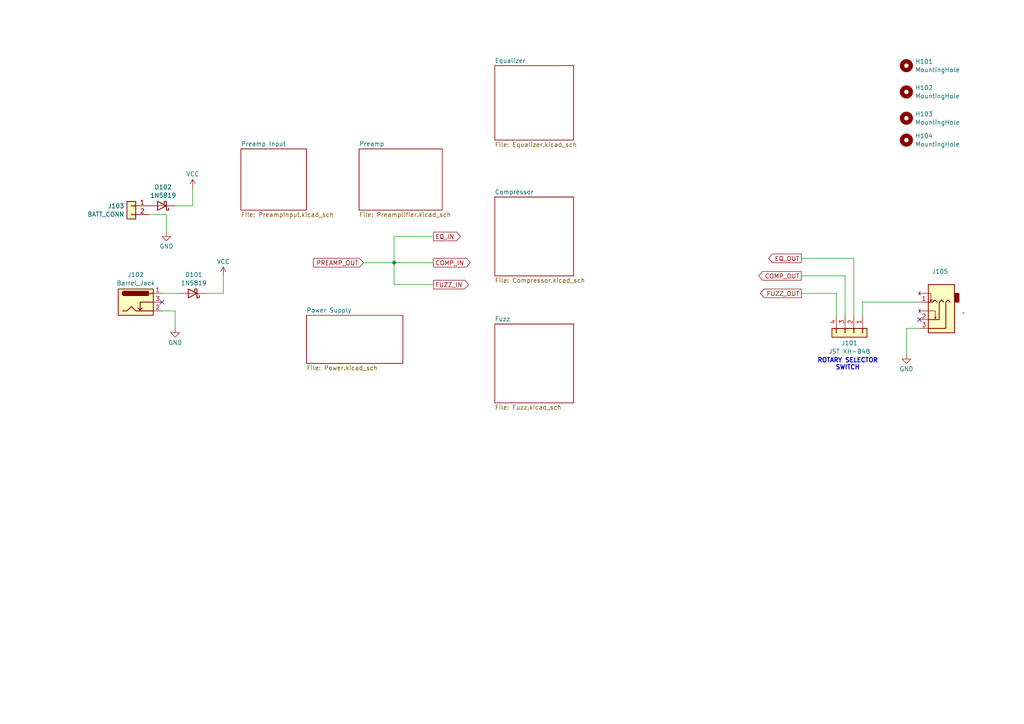
<source format=kicad_sch>
(kicad_sch (version 20231120) (generator "eeschema") (generator_version "8.0")
  (paper "A4")
  (lib_symbols
    (symbol "Connector:Barrel_Jack_Switch" (pin_names hide)
      (property "Reference" "J" (at 0 5.334 0))
      (property "Value" "Barrel_Jack_Switch" (at 0 -5.08 0))
      (symbol "Barrel_Jack_Switch_0_1"
        (rectangle (start -5.08 3.81) (end 5.08 -3.81) (stroke (width 0.254)) (fill (type background)))
        (arc (start -3.302 3.175) (mid -3.9343 2.54) (end -3.302 1.905) (stroke (width 0.254)))
        (arc (start -3.302 3.175) (mid -3.9343 2.54) (end -3.302 1.905) (stroke (width 0.254)) (fill (type outline)))
        (polyline (pts (xy 1.27 -2.286) (xy 1.905 -1.651)) (stroke (width 0.254)))
        (polyline (pts (xy 5.08 2.54) (xy 3.81 2.54)) (stroke (width 0.254)))
        (polyline (pts (xy 5.08 0) (xy 1.27 0) (xy 1.27 -2.286) (xy 0.635 -1.651)) (stroke (width 0.254)))
        (polyline (pts (xy -3.81 -2.54) (xy -2.54 -2.54) (xy -1.27 -1.27) (xy 0 -2.54) (xy 2.54 -2.54) (xy 5.08 -2.54)) (stroke (width 0.254)))
        (rectangle (start 3.683 3.175) (end -3.302 1.905) (stroke (width 0.254)) (fill (type outline)))
      )
      (symbol "Barrel_Jack_Switch_1_1"
        (pin passive line (at 7.62 2.54 180) (length 2.54) (name "~") (number "1"))
        (pin passive line (at 7.62 -2.54 180) (length 2.54) (name "~") (number "2"))
        (pin passive line (at 7.62 0 180) (length 2.54) (name "~") (number "3"))
      )
    )
    (symbol "Connector_Generic:Conn_01x02" (pin_names (offset 1.016) hide)
      (property "Reference" "J" (at 0 2.54 0))
      (property "Value" "Conn_01x02" (at 0 -5.08 0))
      (symbol "Conn_01x02_1_1"
        (rectangle (start -1.27 -2.413) (end 0 -2.667) (stroke (width 0.1524)))
        (rectangle (start -1.27 0.127) (end 0 -0.127) (stroke (width 0.1524)))
        (rectangle (start -1.27 1.27) (end 1.27 -3.81) (stroke (width 0.254)) (fill (type background)))
        (pin passive line (at -5.08 0 0) (length 3.81) (name "Pin_1") (number "1"))
        (pin passive line (at -5.08 -2.54 0) (length 3.81) (name "Pin_2") (number "2"))
      )
    )
    (symbol "Connector_Generic:Conn_01x04" (pin_names (offset 1.016) hide)
      (property "Reference" "J" (at 0 5.08 0))
      (property "Value" "Conn_01x04" (at 0 -7.62 0))
      (symbol "Conn_01x04_1_1"
        (rectangle (start -1.27 -4.953) (end 0 -5.207) (stroke (width 0.1524)))
        (rectangle (start -1.27 -2.413) (end 0 -2.667) (stroke (width 0.1524)))
        (rectangle (start -1.27 0.127) (end 0 -0.127) (stroke (width 0.1524)))
        (rectangle (start -1.27 2.667) (end 0 2.413) (stroke (width 0.1524)))
        (rectangle (start -1.27 3.81) (end 1.27 -6.35) (stroke (width 0.254)) (fill (type background)))
        (pin passive line (at -5.08 2.54 0) (length 3.81) (name "Pin_1") (number "1"))
        (pin passive line (at -5.08 0 0) (length 3.81) (name "Pin_2") (number "2"))
        (pin passive line (at -5.08 -2.54 0) (length 3.81) (name "Pin_3") (number "3"))
        (pin passive line (at -5.08 -5.08 0) (length 3.81) (name "Pin_4") (number "4"))
      )
    )
    (symbol "Diode:1N5819" (pin_numbers hide) (pin_names (offset 1.016) hide)
      (property "Reference" "D" (at 0 2.54 0))
      (property "Value" "1N5819" (at 0 -2.54 0))
      (symbol "1N5819_0_1"
        (polyline (pts (xy 1.27 0) (xy -1.27 0)))
        (polyline (pts (xy 1.27 1.27) (xy 1.27 -1.27) (xy -1.27 0) (xy 1.27 1.27)) (stroke (width 0.254)))
        (polyline (pts (xy -1.905 0.635) (xy -1.905 1.27) (xy -1.27 1.27) (xy -1.27 -1.27) (xy -0.635 -1.27) (xy -0.635 -0.635)) (stroke (width 0.254)))
      )
      (symbol "1N5819_1_1"
        (pin passive line (at -3.81 0 0) (length 2.54) (name "K") (number "1"))
        (pin passive line (at 3.81 0 180) (length 2.54) (name "A") (number "2"))
      )
    )
    (symbol "Mechanical:MountingHole" (pin_names (offset 1.016)) (exclude_from_sim yes) (in_bom no)
      (property "Reference" "H" (at 0 5.08 0))
      (property "Value" "MountingHole" (at 0 3.175 0))
      (symbol "MountingHole_0_1"
        (circle (center 0 0) (radius 1.27) (stroke (width 1.27)))
      )
    )
    (symbol "SoundstageFXPedal:TRS_Jack_Ext"
      (property "Reference" "J" (at -0.254 7.874 0))
      (symbol "TRS_Jack_Ext_0_1"
        (rectangle (start -5.08 -2.54) (end -6.35 -5.08) (stroke (width 0.254)) (fill (type outline)))
        (rectangle (start -5.08 6.35) (end 2.54 -7.62) (stroke (width 0.254)) (fill (type background)))
        (polyline (pts (xy 0.508 2.286) (xy 0.762 1.778)))
        (polyline (pts (xy 1.778 -2.794) (xy 2.032 -3.302)))
        (polyline (pts (xy 2.54 -5.08) (xy 5.08 -5.08)))
        (polyline (pts (xy 2.54 0) (xy 5.08 0)))
        (polyline (pts (xy 4.826 -5.588) (xy 5.334 -4.572)))
        (polyline (pts (xy 4.826 -4.572) (xy 5.334 -5.588)))
        (polyline (pts (xy 4.826 -0.508) (xy 5.334 0.508)))
        (polyline (pts (xy 4.826 0.508) (xy 5.334 -0.508)))
        (polyline (pts (xy 0 -2.54) (xy 0.635 -3.175) (xy 1.27 -2.54) (xy 2.54 -2.54)) (stroke (width 0.254)))
        (polyline (pts (xy 2.54 -5.08) (xy 1.778 -5.08) (xy 1.778 -2.794) (xy 1.524 -3.302)))
        (polyline (pts (xy 2.54 0) (xy 0.508 0) (xy 0.508 2.286) (xy 0.254 1.778)))
        (polyline (pts (xy -1.905 -2.54) (xy -1.27 -3.175) (xy -0.635 -2.54) (xy -0.635 2.54) (xy 2.54 2.54)) (stroke (width 0.254)))
        (polyline (pts (xy 2.54 5.08) (xy -2.54 5.08) (xy -2.54 -2.54) (xy -3.175 -3.175) (xy -3.81 -2.54)) (stroke (width 0.254)))
      )
      (symbol "TRS_Jack_Ext_1_1"
        (pin passive line (at 5.08 -2.54 180) (length 2.54) (name "~") (number "1"))
        (pin passive line (at 5.08 2.54 180) (length 2.54) (name "~") (number "2"))
        (pin passive line (at 5.08 5.08 180) (length 2.54) (name "~") (number "3"))
      )
    )
    (symbol "power:GND" (power) (pin_numbers hide) (pin_names (offset 0) hide)
      (property "Value" "GND" (at 0 -3.81 0))
      (symbol "GND_0_1"
        (polyline (pts (xy 0 0) (xy 0 -1.27) (xy 1.27 -1.27) (xy 0 -2.54) (xy -1.27 -1.27) (xy 0 -1.27)))
      )
      (symbol "GND_1_1"
        (pin power_in line (at 0 0 270) (length 0) (name "~") (number "1"))
      )
    )
    (symbol "power:VCC" (power) (pin_numbers hide) (pin_names (offset 0) hide)
      (property "Value" "VCC" (at 0 3.556 0))
      (symbol "VCC_0_1"
        (polyline (pts (xy -0.762 1.27) (xy 0 2.54)))
        (polyline (pts (xy 0 0) (xy 0 2.54)))
        (polyline (pts (xy 0 2.54) (xy 0.762 1.27)))
      )
      (symbol "VCC_1_1"
        (pin power_in line (at 0 0 90) (length 0) (name "~") (number "1"))
      )
    )
  )
  (junction (at 114.3 76.2))
  (no_connect (at 266.7 92.71))
  (no_connect (at 46.99 87.63))
  (wire (pts (xy 43.18 62.23) (xy 48.26 62.23)))
  (wire (pts (xy 46.99 85.09) (xy 52.07 85.09)))
  (wire (pts (xy 232.41 85.09) (xy 242.57 85.09)))
  (wire (pts (xy 125.73 82.55) (xy 114.3 82.55)))
  (wire (pts (xy 247.65 74.93) (xy 247.65 91.44)))
  (wire (pts (xy 232.41 80.01) (xy 245.11 80.01)))
  (wire (pts (xy 114.3 76.2) (xy 125.73 76.2)))
  (wire (pts (xy 114.3 68.58) (xy 125.73 68.58)))
  (wire (pts (xy 242.57 85.09) (xy 242.57 91.44)))
  (wire (pts (xy 262.89 95.25) (xy 266.7 95.25)))
  (wire (pts (xy 64.77 80.01) (xy 64.77 85.09)))
  (wire (pts (xy 50.8 95.25) (xy 50.8 90.17)))
  (wire (pts (xy 262.89 102.87) (xy 262.89 95.25)))
  (wire (pts (xy 105.41 76.2) (xy 114.3 76.2)))
  (wire (pts (xy 232.41 74.93) (xy 247.65 74.93)))
  (wire (pts (xy 250.19 91.44) (xy 250.19 87.63)))
  (wire (pts (xy 55.88 54.61) (xy 55.88 59.69)))
  (wire (pts (xy 59.69 85.09) (xy 64.77 85.09)))
  (wire (pts (xy 48.26 67.31) (xy 48.26 62.23)))
  (wire (pts (xy 114.3 68.58) (xy 114.3 76.2)))
  (wire (pts (xy 50.8 59.69) (xy 55.88 59.69)))
  (wire (pts (xy 250.19 87.63) (xy 266.7 87.63)))
  (wire (pts (xy 245.11 80.01) (xy 245.11 91.44)))
  (wire (pts (xy 50.8 90.17) (xy 46.99 90.17)))
  (wire (pts (xy 114.3 82.55) (xy 114.3 76.2)))
  (text "ROTARY SELECTOR\nSWITCH" (at 245.872 105.664 0) (effects (font (size 1.27 1.27) (thickness 0.254) (bold yes))))
  (global_label "COMP_OUT" (shape output) (at 232.41 80.01 180) (property "Intersheetrefs" "${INTERSHEET_REFS}" (effects (hide yes))))
  (global_label "FUZZ_IN" (shape output) (at 125.73 82.55 0) (property "Intersheetrefs" "${INTERSHEET_REFS}" (effects (hide yes))))
  (global_label "COMP_IN" (shape output) (at 125.73 76.2 0) (property "Intersheetrefs" "${INTERSHEET_REFS}" (effects (hide yes))))
  (global_label "EQ_IN" (shape output) (at 125.73 68.58 0) (property "Intersheetrefs" "${INTERSHEET_REFS}" (effects (hide yes))))
  (global_label "FUZZ_OUT" (shape output) (at 232.41 85.09 180) (property "Intersheetrefs" "${INTERSHEET_REFS}" (effects (hide yes))))
  (global_label "EQ_OUT" (shape output) (at 232.41 74.93 180) (property "Intersheetrefs" "${INTERSHEET_REFS}" (effects (hide yes))))
  (global_label "PREAMP_OUT" (shape input) (at 105.41 76.2 180) (property "Intersheetrefs" "${INTERSHEET_REFS}" (effects (hide yes))))
  (symbol (lib_id "Diode:1N5819") (at 46.99 59.69 180) (unit 1)
    (property "Reference" "D102" (at 47.3075 54.2755 0))
    (property "Value" "1N5819" (at 47.3075 56.6998 0))
    (property "Footprint" "Diode_THT:D_DO-41_SOD81_P10.16mm_Horizontal" (effects (hide yes)))
    (property "Datasheet" "http://www.vishay.com/docs/88525/1n5817.pdf" (effects (hide yes)))
    (property "Description" "40V 1A Schottky Barrier Rectifier Diode, DO-41" (effects (hide yes)))
    (property "Sim.Device" "D" (effects (hide yes)))
    (property "Sim.Pins" "1=K 2=A" (effects (hide yes)))
  )
  (symbol (lib_id "power:GND") (at 50.8 95.25 0) (unit 1)
    (property "Reference" "#PWR0102" (effects (hide yes)))
    (property "Value" "GND" (at 50.8 99.3831 0))
    (property "Description" "Power symbol creates a global label with name \"GND\" , ground" (effects (hide yes)))
  )
  (symbol (lib_id "Mechanical:MountingHole") (at 262.89 40.64 0) (unit 1) (exclude_from_sim yes) (in_bom no)
    (property "Reference" "H104" (at 265.43 39.4278 0) (effects (justify left)))
    (property "Value" "MountingHole" (at 265.43 41.8521 0) (effects (justify left)))
    (property "Footprint" "MountingHole:MountingHole_4.3mm_M4_DIN965" (effects (hide yes)))
    (property "Description" "Mounting Hole without connection" (effects (hide yes)))
  )
  (symbol (lib_id "Diode:1N5819") (at 55.88 85.09 180) (unit 1)
    (property "Reference" "D101" (at 56.1975 79.6755 0))
    (property "Value" "1N5819" (at 56.1975 82.0998 0))
    (property "Footprint" "Diode_THT:D_DO-41_SOD81_P10.16mm_Horizontal" (effects (hide yes)))
    (property "Datasheet" "http://www.vishay.com/docs/88525/1n5817.pdf" (effects (hide yes)))
    (property "Description" "40V 1A Schottky Barrier Rectifier Diode, DO-41" (effects (hide yes)))
    (property "Sim.Device" "D" (effects (hide yes)))
    (property "Sim.Pins" "1=K 2=A" (effects (hide yes)))
  )
  (symbol (lib_id "power:VCC") (at 64.77 80.01 0) (unit 1)
    (property "Reference" "#PWR0101" (effects (hide yes)))
    (property "Value" "VCC" (at 64.77 75.8769 0))
    (property "Description" "Power symbol creates a global label with name \"VCC\"" (effects (hide yes)))
  )
  (symbol (lib_id "SoundstageFXPedal:TRS_Jack_Ext") (at 271.78 90.17 180) (unit 1)
    (property "Reference" "J105" (at 270.256 78.74 0) (effects (justify right)))
    (property "Value" "~" (at 278.892 90.7472 0) (effects (justify right)))
    (property "Footprint" "Connector_JST:JST_XH_B3B-XH-A_1x03_P2.50mm_Vertical" (effects (hide yes)))
    (property "Description" "Symbol for panel-mount TRS jack connected through 3-pin JST XH" (effects (hide yes)))
  )
  (symbol (lib_id "power:VCC") (at 55.88 54.61 0) (unit 1)
    (property "Reference" "#PWR0103" (effects (hide yes)))
    (property "Value" "VCC" (at 55.88 50.4769 0))
    (property "Description" "Power symbol creates a global label with name \"VCC\"" (effects (hide yes)))
  )
  (symbol (lib_id "Connector:Barrel_Jack_Switch") (at 39.37 87.63 0) (unit 1)
    (property "Reference" "J102" (at 39.37 79.6755 0))
    (property "Value" "Barrel_Jack" (at 39.37 82.0998 0))
    (property "Footprint" "Connector_BarrelJack:BarrelJack_Wuerth_6941xx301002" (effects (hide yes)))
    (property "Description" "DC Barrel Jack with an internal switch" (effects (hide yes)))
  )
  (symbol (lib_id "Connector_Generic:Conn_01x04") (at 247.65 96.52 270) (unit 1)
    (property "Reference" "J101" (at 246.38 99.5101 90))
    (property "Value" "JST XH-B4B" (at 246.38 101.9344 90))
    (property "Footprint" "Connector_JST:JST_XH_B4B-XH-A_1x04_P2.50mm_Vertical" (effects (hide yes)))
    (property "Description" "Generic connector, single row, 01x04, script generated (kicad-library-utils/schlib/autogen/connector/)" (effects (hide yes)))
  )
  (symbol (lib_id "Mechanical:MountingHole") (at 262.89 34.29 0) (unit 1) (exclude_from_sim yes) (in_bom no)
    (property "Reference" "H103" (at 265.43 33.0778 0) (effects (justify left)))
    (property "Value" "MountingHole" (at 265.43 35.5021 0) (effects (justify left)))
    (property "Footprint" "MountingHole:MountingHole_4.3mm_M4_DIN965" (effects (hide yes)))
    (property "Description" "Mounting Hole without connection" (effects (hide yes)))
  )
  (symbol (lib_id "Mechanical:MountingHole") (at 262.89 19.05 0) (unit 1) (exclude_from_sim yes) (in_bom no)
    (property "Reference" "H101" (at 265.43 17.8378 0) (effects (justify left)))
    (property "Value" "MountingHole" (at 265.43 20.2621 0) (effects (justify left)))
    (property "Footprint" "MountingHole:MountingHole_4.3mm_M4_DIN965" (effects (hide yes)))
    (property "Description" "Mounting Hole without connection" (effects (hide yes)))
  )
  (symbol (lib_id "Mechanical:MountingHole") (at 262.89 26.67 0) (unit 1) (exclude_from_sim yes) (in_bom no)
    (property "Reference" "H102" (at 265.43 25.4578 0) (effects (justify left)))
    (property "Value" "MountingHole" (at 265.43 27.8821 0) (effects (justify left)))
    (property "Footprint" "MountingHole:MountingHole_4.3mm_M4_DIN965" (effects (hide yes)))
    (property "Description" "Mounting Hole without connection" (effects (hide yes)))
  )
  (symbol (lib_id "Connector_Generic:Conn_01x02") (at 38.1 59.69 0) (mirror y) (unit 1)
    (property "Reference" "J103" (at 36.068 59.7478 0) (effects (justify left)))
    (property "Value" "BATT_CONN" (at 36.068 62.1721 0) (effects (justify left)))
    (property "Footprint" "Connector_PinHeader_2.54mm:PinHeader_1x02_P2.54mm_Vertical" (effects (hide yes)))
    (property "Description" "Generic connector, single row, 01x02, script generated (kicad-library-utils/schlib/autogen/connector/)" (effects (hide yes)))
  )
  (symbol (lib_id "power:GND") (at 48.26 67.31 0) (unit 1)
    (property "Reference" "#PWR0104" (effects (hide yes)))
    (property "Value" "GND" (at 48.26 71.4431 0))
    (property "Description" "Power symbol creates a global label with name \"GND\" , ground" (effects (hide yes)))
  )
  (symbol (lib_id "power:GND") (at 262.89 102.87 0) (unit 1)
    (property "Reference" "#PWR0105" (effects (hide yes)))
    (property "Value" "GND" (at 262.89 107.0031 0))
    (property "Description" "Power symbol creates a global label with name \"GND\" , ground" (effects (hide yes)))
  )
  (sheet (at 104.14 43.18) (size 24.13 17.78) (stroke (width 0.1524))
    (property "Sheetname" "Preamp" (at 104.14 42.4684 0) (effects (justify left bottom)))
    (property "Sheetfile" "Preamplifier.kicad_sch" (at 104.14 61.5446 0) (effects (justify left top)))
  )
  (sheet (at 143.51 93.98) (size 22.86 22.86) (stroke (width 0.1524))
    (property "Sheetname" "Fuzz" (at 143.51 93.2684 0) (effects (justify left bottom)))
    (property "Sheetfile" "Fuzz.kicad_sch" (at 143.51 117.4246 0) (effects (justify left top)))
  )
  (sheet (at 69.85 43.18) (size 19.05 17.78) (stroke (width 0.1524))
    (property "Sheetname" "Preamp Input" (at 69.85 42.4684 0) (effects (justify left bottom)))
    (property "Sheetfile" "PreampInput.kicad_sch" (at 69.85 61.5446 0) (effects (justify left top)))
  )
  (sheet (at 143.51 19.05) (size 22.86 21.59) (stroke (width 0.1524))
    (property "Sheetname" "Equalizer" (at 143.51 18.3384 0) (effects (justify left bottom)))
    (property "Sheetfile" "Equalizer.kicad_sch" (at 143.51 41.2246 0) (effects (justify left top)))
  )
  (sheet (at 143.51 57.15) (size 22.86 22.86) (stroke (width 0.1524))
    (property "Sheetname" "Compressor" (at 143.51 56.4384 0) (effects (justify left bottom)))
    (property "Sheetfile" "Compressor.kicad_sch" (at 143.51 80.5946 0) (effects (justify left top)))
  )
  (sheet (at 88.9 91.44) (size 27.94 13.97) (stroke (width 0.1524))
    (property "Sheetname" "Power Supply" (at 88.9 90.7284 0) (effects (justify left bottom)))
    (property "Sheetfile" "Power.kicad_sch" (at 88.9 105.9946 0) (effects (justify left top)))
  )
)
</source>
